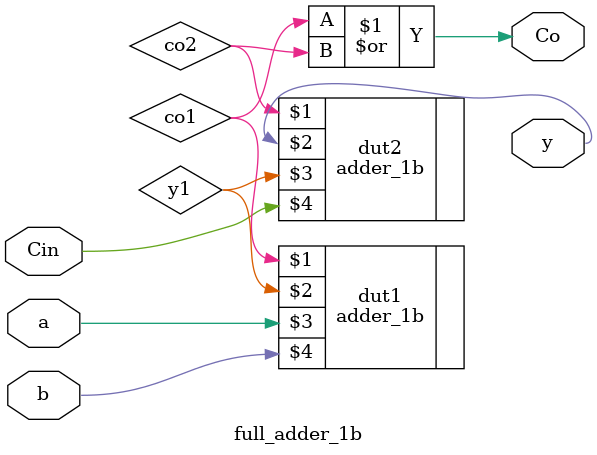
<source format=v>
module full_adder_1b(Co, y, a, b, Cin);
    input a, b, Cin;
    output Co, y;

    adder_1b dut1(co1, y1, a, b);
    adder_1b dut2(co2, y, y1, Cin);
    or(Co, co1, co2);

endmodule
</source>
